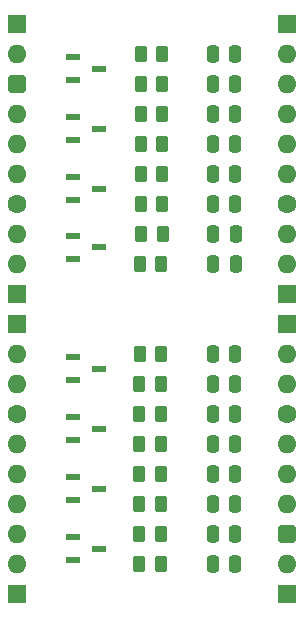
<source format=gts>
%TF.GenerationSoftware,KiCad,Pcbnew,8.0.7*%
%TF.CreationDate,2025-04-28T07:19:04+02:00*%
%TF.ProjectId,Signal Protection,5369676e-616c-4205-9072-6f7465637469,V1*%
%TF.SameCoordinates,Original*%
%TF.FileFunction,Soldermask,Top*%
%TF.FilePolarity,Negative*%
%FSLAX46Y46*%
G04 Gerber Fmt 4.6, Leading zero omitted, Abs format (unit mm)*
G04 Created by KiCad (PCBNEW 8.0.7) date 2025-04-28 07:19:04*
%MOMM*%
%LPD*%
G01*
G04 APERTURE LIST*
G04 Aperture macros list*
%AMRoundRect*
0 Rectangle with rounded corners*
0 $1 Rounding radius*
0 $2 $3 $4 $5 $6 $7 $8 $9 X,Y pos of 4 corners*
0 Add a 4 corners polygon primitive as box body*
4,1,4,$2,$3,$4,$5,$6,$7,$8,$9,$2,$3,0*
0 Add four circle primitives for the rounded corners*
1,1,$1+$1,$2,$3*
1,1,$1+$1,$4,$5*
1,1,$1+$1,$6,$7*
1,1,$1+$1,$8,$9*
0 Add four rect primitives between the rounded corners*
20,1,$1+$1,$2,$3,$4,$5,0*
20,1,$1+$1,$4,$5,$6,$7,0*
20,1,$1+$1,$6,$7,$8,$9,0*
20,1,$1+$1,$8,$9,$2,$3,0*%
G04 Aperture macros list end*
%ADD10RoundRect,0.250000X0.262500X0.450000X-0.262500X0.450000X-0.262500X-0.450000X0.262500X-0.450000X0*%
%ADD11R,1.150000X0.600000*%
%ADD12RoundRect,0.250000X-0.250000X-0.475000X0.250000X-0.475000X0.250000X0.475000X-0.250000X0.475000X0*%
%ADD13R,1.600000X1.600000*%
%ADD14O,1.600000X1.600000*%
%ADD15RoundRect,0.400000X-0.400000X-0.400000X0.400000X-0.400000X0.400000X0.400000X-0.400000X0.400000X0*%
%ADD16C,1.600000*%
G04 APERTURE END LIST*
D10*
%TO.C,R11*%
X12215500Y-30490000D03*
X10390500Y-30490000D03*
%TD*%
D11*
%TO.C,D6*%
X4785000Y-33330000D03*
X4785000Y-35250000D03*
X6985000Y-34290000D03*
%TD*%
D12*
%TO.C,C16*%
X16615500Y-45720000D03*
X18515500Y-45720000D03*
%TD*%
%TO.C,C4*%
X16615499Y-10160000D03*
X18515499Y-10160000D03*
%TD*%
D10*
%TO.C,R3*%
X12215500Y-35560000D03*
X10390500Y-35560000D03*
%TD*%
D12*
%TO.C,C15*%
X16615500Y-43180000D03*
X18515500Y-43180000D03*
%TD*%
D10*
%TO.C,R14*%
X12342500Y-12700000D03*
X10517500Y-12700000D03*
%TD*%
%TO.C,R10*%
X12342500Y-15250000D03*
X10517500Y-15250000D03*
%TD*%
D11*
%TO.C,D1*%
X4785000Y-2850000D03*
X4785000Y-4770000D03*
X6985000Y-3810000D03*
%TD*%
D10*
%TO.C,R6*%
X12366000Y-17780000D03*
X10541000Y-17780000D03*
%TD*%
D12*
%TO.C,C10*%
X16615500Y-30480000D03*
X18515500Y-30480000D03*
%TD*%
%TO.C,C5*%
X16615500Y-12700000D03*
X18515500Y-12700000D03*
%TD*%
%TO.C,C9*%
X16615500Y-27940000D03*
X18515500Y-27940000D03*
%TD*%
%TO.C,C8*%
X16639000Y-20320000D03*
X18539000Y-20320000D03*
%TD*%
D11*
%TO.C,D3*%
X4785000Y-13010000D03*
X4785000Y-14930000D03*
X6985000Y-13970000D03*
%TD*%
D12*
%TO.C,C12*%
X16615500Y-35560000D03*
X18515500Y-35560000D03*
%TD*%
%TO.C,C7*%
X16639000Y-17790000D03*
X18539000Y-17790000D03*
%TD*%
D11*
%TO.C,D8*%
X4785000Y-43490000D03*
X4785000Y-45410000D03*
X6985000Y-44450000D03*
%TD*%
D10*
%TO.C,R9*%
X12342500Y-5080000D03*
X10517500Y-5080000D03*
%TD*%
D11*
%TO.C,D4*%
X4785000Y-17963000D03*
X4785000Y-19883000D03*
X6985000Y-18923000D03*
%TD*%
%TO.C,D7*%
X4785000Y-38410000D03*
X4785000Y-40330000D03*
X6985000Y-39370000D03*
%TD*%
D12*
%TO.C,C2*%
X16615500Y-5080000D03*
X18515500Y-5080000D03*
%TD*%
D10*
%TO.C,R12*%
X12215500Y-40640000D03*
X10390500Y-40640000D03*
%TD*%
D12*
%TO.C,C1*%
X16615500Y-2540000D03*
X18515500Y-2540000D03*
%TD*%
D10*
%TO.C,R2*%
X12239000Y-20320000D03*
X10414000Y-20320000D03*
%TD*%
%TO.C,R7*%
X12215500Y-33030000D03*
X10390500Y-33030000D03*
%TD*%
D12*
%TO.C,C3*%
X16615498Y-7620000D03*
X18515498Y-7620000D03*
%TD*%
D10*
%TO.C,R8*%
X12215500Y-43180000D03*
X10390500Y-43180000D03*
%TD*%
%TO.C,R13*%
X12342500Y-2540000D03*
X10517500Y-2540000D03*
%TD*%
D13*
%TO.C,J4*%
X0Y0D03*
D14*
X0Y-2540000D03*
D15*
X0Y-5080000D03*
D14*
X0Y-7620000D03*
X0Y-10160000D03*
X0Y-12700000D03*
D16*
X0Y-15240000D03*
D14*
X0Y-17780000D03*
X0Y-20320000D03*
D13*
X0Y-22860000D03*
X0Y-25400000D03*
D14*
X0Y-27940000D03*
X0Y-30480000D03*
D16*
X0Y-33020000D03*
D14*
X0Y-35560000D03*
X0Y-38100000D03*
X0Y-40640000D03*
X0Y-43180000D03*
X0Y-45720000D03*
D13*
X0Y-48260000D03*
X22860000Y-48260000D03*
D14*
X22860000Y-45720000D03*
D15*
X22860000Y-43180000D03*
D14*
X22860000Y-40640000D03*
X22860000Y-38100000D03*
X22860000Y-35560000D03*
D16*
X22860000Y-33020000D03*
D14*
X22860000Y-30480000D03*
X22860000Y-27940000D03*
D13*
X22860000Y-25400000D03*
X22860000Y-22860000D03*
D14*
X22860000Y-20320000D03*
X22860000Y-17780000D03*
D16*
X22860000Y-15240000D03*
D14*
X22860000Y-12700000D03*
X22860000Y-10160000D03*
X22860000Y-7620000D03*
X22860000Y-5080000D03*
X22860000Y-2540000D03*
D13*
X22860000Y0D03*
%TD*%
D11*
%TO.C,D2*%
X4785000Y-7930000D03*
X4785000Y-9850000D03*
X6985000Y-8890000D03*
%TD*%
D12*
%TO.C,C13*%
X16615500Y-38100000D03*
X18515500Y-38100000D03*
%TD*%
D10*
%TO.C,R4*%
X12215500Y-45720000D03*
X10390500Y-45720000D03*
%TD*%
%TO.C,R1*%
X12342500Y-10160000D03*
X10517500Y-10160000D03*
%TD*%
%TO.C,R16*%
X12215500Y-38100000D03*
X10390500Y-38100000D03*
%TD*%
%TO.C,R15*%
X12239000Y-27940000D03*
X10414000Y-27940000D03*
%TD*%
D12*
%TO.C,C6*%
X16615500Y-15240000D03*
X18515500Y-15240000D03*
%TD*%
%TO.C,C11*%
X16615500Y-33020000D03*
X18515500Y-33020000D03*
%TD*%
D11*
%TO.C,D5*%
X4785000Y-28250000D03*
X4785000Y-30170000D03*
X6985000Y-29210000D03*
%TD*%
D10*
%TO.C,R5*%
X12342500Y-7630000D03*
X10517500Y-7630000D03*
%TD*%
D12*
%TO.C,C14*%
X16615500Y-40640000D03*
X18515500Y-40640000D03*
%TD*%
M02*

</source>
